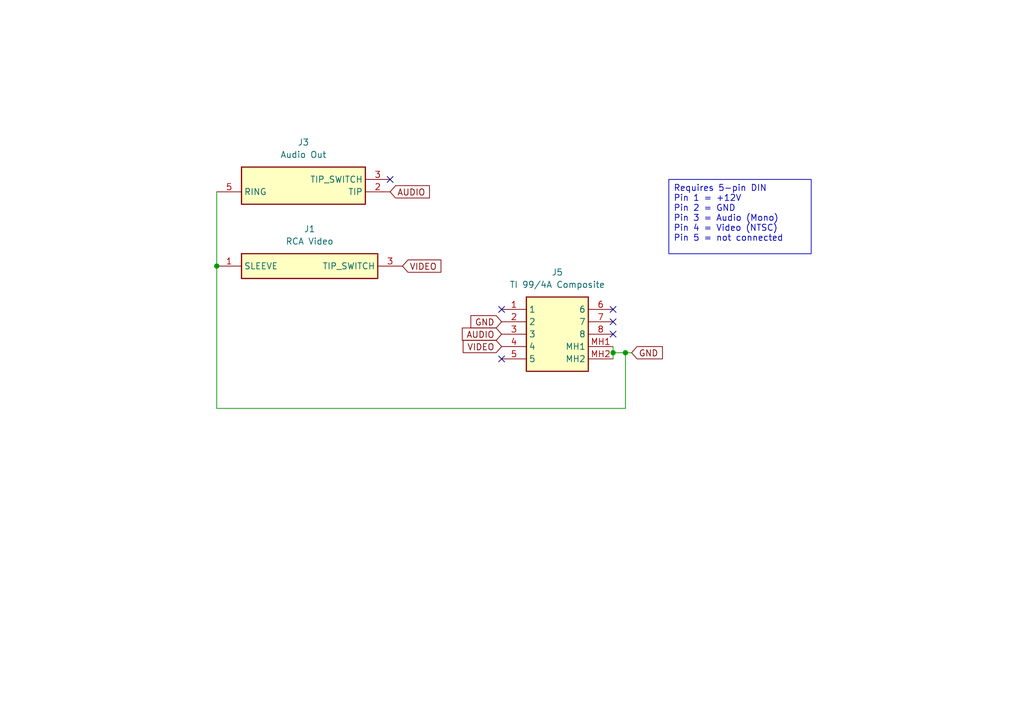
<source format=kicad_sch>
(kicad_sch (version 20250114) (generator "eeschema") (generator_version "9.0")
  (paper "A5")
  (title_block (title "TI 99/4A DIN to RCA (NTSC)") (date "19/NOV/2025") (rev "A") (company "Brett Hallen") (comment 1 "www.youtube.com/@Brfff"))
  (lib_symbols
    (symbol "Clueless_Engineer:671-0801"
      (property "Reference" "J" (at 19.05 7.62 0))
      (property "Value" "671-0801" (at 19.05 5.08 0))
      (symbol "671-0801_1_1"
        (rectangle (start 5.08 2.54) (end 17.78 -12.7) (stroke (width 0.254)) (fill (type background)))
        (pin passive line (at 0 0 0) (length 5.08) (name "1") (number "1"))
        (pin passive line (at 0 -2.54 0) (length 5.08) (name "2") (number "2"))
        (pin passive line (at 0 -5.08 0) (length 5.08) (name "3") (number "3"))
        (pin passive line (at 0 -7.62 0) (length 5.08) (name "4") (number "4"))
        (pin passive line (at 0 -10.16 0) (length 5.08) (name "5") (number "5"))
        (pin passive line (at 22.86 0 180) (length 5.08) (name "6") (number "6"))
        (pin passive line (at 22.86 -2.54 180) (length 5.08) (name "7") (number "7"))
        (pin passive line (at 22.86 -5.08 180) (length 5.08) (name "8") (number "8"))
        (pin passive line (at 22.86 -7.62 180) (length 5.08) (name "MH1") (number "MH1"))
        (pin passive line (at 22.86 -10.16 180) (length 5.08) (name "MH2") (number "MH2"))
      )
    )
    (symbol "Clueless_Engineer:FC68371"
      (property "Reference" "J" (at 34.29 7.62 0))
      (property "Value" "FC68371" (at 34.29 5.08 0))
      (symbol "FC68371_1_1"
        (rectangle (start 5.08 2.54) (end 33.02 -2.54) (stroke (width 0.254)) (fill (type background)))
        (pin passive line (at 0 0 0) (length 5.08) (name "SLEEVE") (number "1"))
        (pin passive line (at 38.1 0 180) (length 5.08) (name "TIP_SWITCH") (number "3"))
      )
    )
    (symbol "Clueless_Engineer:SJ3-350820B-TR"
      (property "Reference" "J" (at 31.75 7.62 0))
      (property "Value" "SJ3-350820B-TR" (at 31.75 5.08 0))
      (symbol "SJ3-350820B-TR_1_1"
        (rectangle (start 5.08 2.54) (end 30.48 -5.08) (stroke (width 0.254)) (fill (type background)))
        (pin passive line (at 0 0 0) (length 5.08) (name "TIP") (number "2"))
        (pin passive line (at 0 -2.54 0) (length 5.08) (name "TIP_SWITCH") (number "3"))
        (pin passive line (at 35.56 0 180) (length 5.08) (name "RING") (number "5"))
      )
    )
  )
  (text_box "Requires 5-pin DIN\nPin 1 = +12V\nPin 2 = GND\nPin 3 = Audio (Mono)\nPin 4 = Video (NTSC)\nPin 5 = not connected" (at 137.16 36.83 0) (size 29.21 15.24) (margins 0.9525 0.9525 0.9525 0.9525) (effects (font (size 1.27 1.27)) (justify left top)))
  (junction (at 44.45 54.61))
  (junction (at 128.27 72.39))
  (junction (at 125.73 72.39))
  (no_connect (at 102.87 73.66))
  (no_connect (at 125.73 63.5))
  (no_connect (at 125.73 68.58))
  (no_connect (at 80.01 36.83))
  (no_connect (at 102.87 63.5))
  (no_connect (at 125.73 66.04))
  (wire (pts (xy 128.27 72.39) (xy 125.73 72.39)))
  (wire (pts (xy 125.73 72.39) (xy 125.73 73.66)))
  (wire (pts (xy 125.73 71.12) (xy 125.73 72.39)))
  (wire (pts (xy 129.54 72.39) (xy 128.27 72.39)))
  (wire (pts (xy 44.45 83.82) (xy 128.27 83.82)))
  (wire (pts (xy 44.45 39.37) (xy 44.45 54.61)))
  (wire (pts (xy 128.27 83.82) (xy 128.27 72.39)))
  (wire (pts (xy 44.45 54.61) (xy 44.45 83.82)))
  (global_label "AUDIO" (shape input) (at 80.01 39.37 0) (property "Intersheetrefs" "${INTERSHEET_REFS}" (effects (hide yes))))
  (global_label "GND" (shape input) (at 102.87 66.04 180) (property "Intersheetrefs" "${INTERSHEET_REFS}" (effects (hide yes))))
  (global_label "AUDIO" (shape input) (at 102.87 68.58 180) (property "Intersheetrefs" "${INTERSHEET_REFS}" (effects (hide yes))))
  (global_label "VIDEO" (shape input) (at 102.87 71.12 180) (property "Intersheetrefs" "${INTERSHEET_REFS}" (effects (hide yes))))
  (global_label "VIDEO" (shape input) (at 82.55 54.61 0) (property "Intersheetrefs" "${INTERSHEET_REFS}" (effects (hide yes))))
  (global_label "GND" (shape input) (at 129.54 72.39 0) (property "Intersheetrefs" "${INTERSHEET_REFS}" (effects (hide yes))))
  (symbol (lib_id "Clueless_Engineer:671-0801") (at 102.87 63.5 0) (unit 1)
    (property "Reference" "J5" (at 114.3 55.88 0))
    (property "Value" "TI 99/4A Composite" (at 114.3 58.42 0))
    (property "Footprint" "Clueless_Engineer:6710801" (effects (hide yes)))
    (property "Datasheet" "https://www.mouser.co.uk/datasheet/2/458/deltron-671-0401-4-way-din-socket-data-1859903.pdf" (effects (hide yes)))
    (property "Description" "Deltron 8 Pole Right Angle Din Socket Socket, 2A, 100 V ac, Lockable" (effects (hide yes)))
    (property "Height" "19.5" (effects (hide yes)))
    (property "Manufacturer_Name" "DELTRON COMPONENTS" (effects (hide yes)))
    (property "Manufacturer_Part_Number" "671-0801" (effects (hide yes)))
  )
  (symbol (lib_id "Clueless_Engineer:FC68371") (at 44.45 54.61 0) (unit 1)
    (property "Reference" "J1" (at 63.5 46.99 0))
    (property "Value" "RCA Video" (at 63.5 49.53 0))
    (property "Footprint" "Clueless_Engineer:FC68371" (effects (hide yes)))
    (property "Description" "Socket; RCA; female; angled 90; THT; nickel plated; Marker: black" (effects (hide yes)))
    (property "Height" "14" (effects (hide yes)))
    (property "Manufacturer_Name" "CLIFF ELECTRONIC COMPONENTS" (effects (hide yes)))
    (property "Manufacturer_Part_Number" "FC68371" (effects (hide yes)))
  )
  (symbol (lib_id "Clueless_Engineer:SJ3-350820B-TR") (at 80.01 39.37 180) (unit 1)
    (property "Reference" "J3" (at 62.23 29.21 0))
    (property "Value" "Audio Out" (at 62.23 31.75 0))
    (property "Footprint" "Clueless_Engineer:SJ3350820BTR" (effects (hide yes)))
    (property "Datasheet" "https://www.sameskydevices.com/product/resource/supplyframepdf/sj3-3508x.pdf" (effects (hide yes)))
    (property "Description" "3.5 mm Stereo Jack, Through Hole, 2 Conductors, 1 Internal Switches,  Tape & Reel Packaging" (effects (hide yes)))
    (property "Height" "5.3" (effects (hide yes)))
    (property "Mouser Part Number" "179-SJ3-350820B-TR" (effects (hide yes)))
    (property "Mouser Price/Stock" "https://www.mouser.co.uk/ProductDetail/Same-Sky/SJ3-350820B-TR?qs=IKkN%2F947nfBCsohFK16iQg%3D%3D" (effects (hide yes)))
    (property "Manufacturer_Name" "Same Sky" (effects (hide yes)))
    (property "Manufacturer_Part_Number" "SJ3-350820B-TR" (effects (hide yes)))
  )
)
</source>
